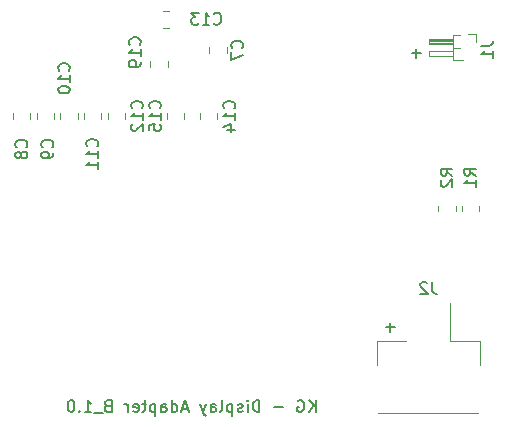
<source format=gbo>
%TF.GenerationSoftware,KiCad,Pcbnew,8.0.9-8.0.9-0~ubuntu22.04.1*%
%TF.CreationDate,2025-08-19T21:28:46+02:00*%
%TF.ProjectId,KG_Disp_Adapter,4b475f44-6973-4705-9f41-646170746572,rev?*%
%TF.SameCoordinates,Original*%
%TF.FileFunction,Legend,Bot*%
%TF.FilePolarity,Positive*%
%FSLAX46Y46*%
G04 Gerber Fmt 4.6, Leading zero omitted, Abs format (unit mm)*
G04 Created by KiCad (PCBNEW 8.0.9-8.0.9-0~ubuntu22.04.1) date 2025-08-19 21:28:46*
%MOMM*%
%LPD*%
G01*
G04 APERTURE LIST*
%ADD10C,0.150000*%
%ADD11C,0.120000*%
G04 APERTURE END LIST*
D10*
X174955959Y-107758865D02*
X174194055Y-107758865D01*
X174575007Y-108139818D02*
X174575007Y-107377913D01*
X172755959Y-130958865D02*
X171994055Y-130958865D01*
X172375007Y-131339818D02*
X172375007Y-130577913D01*
X166051199Y-138139818D02*
X166051199Y-137139818D01*
X165479771Y-138139818D02*
X165908342Y-137568389D01*
X165479771Y-137139818D02*
X166051199Y-137711246D01*
X164527390Y-137187437D02*
X164622628Y-137139818D01*
X164622628Y-137139818D02*
X164765485Y-137139818D01*
X164765485Y-137139818D02*
X164908342Y-137187437D01*
X164908342Y-137187437D02*
X165003580Y-137282675D01*
X165003580Y-137282675D02*
X165051199Y-137377913D01*
X165051199Y-137377913D02*
X165098818Y-137568389D01*
X165098818Y-137568389D02*
X165098818Y-137711246D01*
X165098818Y-137711246D02*
X165051199Y-137901722D01*
X165051199Y-137901722D02*
X165003580Y-137996960D01*
X165003580Y-137996960D02*
X164908342Y-138092199D01*
X164908342Y-138092199D02*
X164765485Y-138139818D01*
X164765485Y-138139818D02*
X164670247Y-138139818D01*
X164670247Y-138139818D02*
X164527390Y-138092199D01*
X164527390Y-138092199D02*
X164479771Y-138044579D01*
X164479771Y-138044579D02*
X164479771Y-137711246D01*
X164479771Y-137711246D02*
X164670247Y-137711246D01*
X163289294Y-137758865D02*
X162527390Y-137758865D01*
X161289294Y-138139818D02*
X161289294Y-137139818D01*
X161289294Y-137139818D02*
X161051199Y-137139818D01*
X161051199Y-137139818D02*
X160908342Y-137187437D01*
X160908342Y-137187437D02*
X160813104Y-137282675D01*
X160813104Y-137282675D02*
X160765485Y-137377913D01*
X160765485Y-137377913D02*
X160717866Y-137568389D01*
X160717866Y-137568389D02*
X160717866Y-137711246D01*
X160717866Y-137711246D02*
X160765485Y-137901722D01*
X160765485Y-137901722D02*
X160813104Y-137996960D01*
X160813104Y-137996960D02*
X160908342Y-138092199D01*
X160908342Y-138092199D02*
X161051199Y-138139818D01*
X161051199Y-138139818D02*
X161289294Y-138139818D01*
X160289294Y-138139818D02*
X160289294Y-137473151D01*
X160289294Y-137139818D02*
X160336913Y-137187437D01*
X160336913Y-137187437D02*
X160289294Y-137235056D01*
X160289294Y-137235056D02*
X160241675Y-137187437D01*
X160241675Y-137187437D02*
X160289294Y-137139818D01*
X160289294Y-137139818D02*
X160289294Y-137235056D01*
X159860723Y-138092199D02*
X159765485Y-138139818D01*
X159765485Y-138139818D02*
X159575009Y-138139818D01*
X159575009Y-138139818D02*
X159479771Y-138092199D01*
X159479771Y-138092199D02*
X159432152Y-137996960D01*
X159432152Y-137996960D02*
X159432152Y-137949341D01*
X159432152Y-137949341D02*
X159479771Y-137854103D01*
X159479771Y-137854103D02*
X159575009Y-137806484D01*
X159575009Y-137806484D02*
X159717866Y-137806484D01*
X159717866Y-137806484D02*
X159813104Y-137758865D01*
X159813104Y-137758865D02*
X159860723Y-137663627D01*
X159860723Y-137663627D02*
X159860723Y-137616008D01*
X159860723Y-137616008D02*
X159813104Y-137520770D01*
X159813104Y-137520770D02*
X159717866Y-137473151D01*
X159717866Y-137473151D02*
X159575009Y-137473151D01*
X159575009Y-137473151D02*
X159479771Y-137520770D01*
X159003580Y-137473151D02*
X159003580Y-138473151D01*
X159003580Y-137520770D02*
X158908342Y-137473151D01*
X158908342Y-137473151D02*
X158717866Y-137473151D01*
X158717866Y-137473151D02*
X158622628Y-137520770D01*
X158622628Y-137520770D02*
X158575009Y-137568389D01*
X158575009Y-137568389D02*
X158527390Y-137663627D01*
X158527390Y-137663627D02*
X158527390Y-137949341D01*
X158527390Y-137949341D02*
X158575009Y-138044579D01*
X158575009Y-138044579D02*
X158622628Y-138092199D01*
X158622628Y-138092199D02*
X158717866Y-138139818D01*
X158717866Y-138139818D02*
X158908342Y-138139818D01*
X158908342Y-138139818D02*
X159003580Y-138092199D01*
X157955961Y-138139818D02*
X158051199Y-138092199D01*
X158051199Y-138092199D02*
X158098818Y-137996960D01*
X158098818Y-137996960D02*
X158098818Y-137139818D01*
X157146437Y-138139818D02*
X157146437Y-137616008D01*
X157146437Y-137616008D02*
X157194056Y-137520770D01*
X157194056Y-137520770D02*
X157289294Y-137473151D01*
X157289294Y-137473151D02*
X157479770Y-137473151D01*
X157479770Y-137473151D02*
X157575008Y-137520770D01*
X157146437Y-138092199D02*
X157241675Y-138139818D01*
X157241675Y-138139818D02*
X157479770Y-138139818D01*
X157479770Y-138139818D02*
X157575008Y-138092199D01*
X157575008Y-138092199D02*
X157622627Y-137996960D01*
X157622627Y-137996960D02*
X157622627Y-137901722D01*
X157622627Y-137901722D02*
X157575008Y-137806484D01*
X157575008Y-137806484D02*
X157479770Y-137758865D01*
X157479770Y-137758865D02*
X157241675Y-137758865D01*
X157241675Y-137758865D02*
X157146437Y-137711246D01*
X156765484Y-137473151D02*
X156527389Y-138139818D01*
X156289294Y-137473151D02*
X156527389Y-138139818D01*
X156527389Y-138139818D02*
X156622627Y-138377913D01*
X156622627Y-138377913D02*
X156670246Y-138425532D01*
X156670246Y-138425532D02*
X156765484Y-138473151D01*
X155194055Y-137854103D02*
X154717865Y-137854103D01*
X155289293Y-138139818D02*
X154955960Y-137139818D01*
X154955960Y-137139818D02*
X154622627Y-138139818D01*
X153860722Y-138139818D02*
X153860722Y-137139818D01*
X153860722Y-138092199D02*
X153955960Y-138139818D01*
X153955960Y-138139818D02*
X154146436Y-138139818D01*
X154146436Y-138139818D02*
X154241674Y-138092199D01*
X154241674Y-138092199D02*
X154289293Y-138044579D01*
X154289293Y-138044579D02*
X154336912Y-137949341D01*
X154336912Y-137949341D02*
X154336912Y-137663627D01*
X154336912Y-137663627D02*
X154289293Y-137568389D01*
X154289293Y-137568389D02*
X154241674Y-137520770D01*
X154241674Y-137520770D02*
X154146436Y-137473151D01*
X154146436Y-137473151D02*
X153955960Y-137473151D01*
X153955960Y-137473151D02*
X153860722Y-137520770D01*
X152955960Y-138139818D02*
X152955960Y-137616008D01*
X152955960Y-137616008D02*
X153003579Y-137520770D01*
X153003579Y-137520770D02*
X153098817Y-137473151D01*
X153098817Y-137473151D02*
X153289293Y-137473151D01*
X153289293Y-137473151D02*
X153384531Y-137520770D01*
X152955960Y-138092199D02*
X153051198Y-138139818D01*
X153051198Y-138139818D02*
X153289293Y-138139818D01*
X153289293Y-138139818D02*
X153384531Y-138092199D01*
X153384531Y-138092199D02*
X153432150Y-137996960D01*
X153432150Y-137996960D02*
X153432150Y-137901722D01*
X153432150Y-137901722D02*
X153384531Y-137806484D01*
X153384531Y-137806484D02*
X153289293Y-137758865D01*
X153289293Y-137758865D02*
X153051198Y-137758865D01*
X153051198Y-137758865D02*
X152955960Y-137711246D01*
X152479769Y-137473151D02*
X152479769Y-138473151D01*
X152479769Y-137520770D02*
X152384531Y-137473151D01*
X152384531Y-137473151D02*
X152194055Y-137473151D01*
X152194055Y-137473151D02*
X152098817Y-137520770D01*
X152098817Y-137520770D02*
X152051198Y-137568389D01*
X152051198Y-137568389D02*
X152003579Y-137663627D01*
X152003579Y-137663627D02*
X152003579Y-137949341D01*
X152003579Y-137949341D02*
X152051198Y-138044579D01*
X152051198Y-138044579D02*
X152098817Y-138092199D01*
X152098817Y-138092199D02*
X152194055Y-138139818D01*
X152194055Y-138139818D02*
X152384531Y-138139818D01*
X152384531Y-138139818D02*
X152479769Y-138092199D01*
X151717864Y-137473151D02*
X151336912Y-137473151D01*
X151575007Y-137139818D02*
X151575007Y-137996960D01*
X151575007Y-137996960D02*
X151527388Y-138092199D01*
X151527388Y-138092199D02*
X151432150Y-138139818D01*
X151432150Y-138139818D02*
X151336912Y-138139818D01*
X150622626Y-138092199D02*
X150717864Y-138139818D01*
X150717864Y-138139818D02*
X150908340Y-138139818D01*
X150908340Y-138139818D02*
X151003578Y-138092199D01*
X151003578Y-138092199D02*
X151051197Y-137996960D01*
X151051197Y-137996960D02*
X151051197Y-137616008D01*
X151051197Y-137616008D02*
X151003578Y-137520770D01*
X151003578Y-137520770D02*
X150908340Y-137473151D01*
X150908340Y-137473151D02*
X150717864Y-137473151D01*
X150717864Y-137473151D02*
X150622626Y-137520770D01*
X150622626Y-137520770D02*
X150575007Y-137616008D01*
X150575007Y-137616008D02*
X150575007Y-137711246D01*
X150575007Y-137711246D02*
X151051197Y-137806484D01*
X150146435Y-138139818D02*
X150146435Y-137473151D01*
X150146435Y-137663627D02*
X150098816Y-137568389D01*
X150098816Y-137568389D02*
X150051197Y-137520770D01*
X150051197Y-137520770D02*
X149955959Y-137473151D01*
X149955959Y-137473151D02*
X149860721Y-137473151D01*
X148432149Y-137616008D02*
X148289292Y-137663627D01*
X148289292Y-137663627D02*
X148241673Y-137711246D01*
X148241673Y-137711246D02*
X148194054Y-137806484D01*
X148194054Y-137806484D02*
X148194054Y-137949341D01*
X148194054Y-137949341D02*
X148241673Y-138044579D01*
X148241673Y-138044579D02*
X148289292Y-138092199D01*
X148289292Y-138092199D02*
X148384530Y-138139818D01*
X148384530Y-138139818D02*
X148765482Y-138139818D01*
X148765482Y-138139818D02*
X148765482Y-137139818D01*
X148765482Y-137139818D02*
X148432149Y-137139818D01*
X148432149Y-137139818D02*
X148336911Y-137187437D01*
X148336911Y-137187437D02*
X148289292Y-137235056D01*
X148289292Y-137235056D02*
X148241673Y-137330294D01*
X148241673Y-137330294D02*
X148241673Y-137425532D01*
X148241673Y-137425532D02*
X148289292Y-137520770D01*
X148289292Y-137520770D02*
X148336911Y-137568389D01*
X148336911Y-137568389D02*
X148432149Y-137616008D01*
X148432149Y-137616008D02*
X148765482Y-137616008D01*
X148003578Y-138235056D02*
X147241673Y-138235056D01*
X146479768Y-138139818D02*
X147051196Y-138139818D01*
X146765482Y-138139818D02*
X146765482Y-137139818D01*
X146765482Y-137139818D02*
X146860720Y-137282675D01*
X146860720Y-137282675D02*
X146955958Y-137377913D01*
X146955958Y-137377913D02*
X147051196Y-137425532D01*
X146051196Y-138044579D02*
X146003577Y-138092199D01*
X146003577Y-138092199D02*
X146051196Y-138139818D01*
X146051196Y-138139818D02*
X146098815Y-138092199D01*
X146098815Y-138092199D02*
X146051196Y-138044579D01*
X146051196Y-138044579D02*
X146051196Y-138139818D01*
X145384530Y-137139818D02*
X145289292Y-137139818D01*
X145289292Y-137139818D02*
X145194054Y-137187437D01*
X145194054Y-137187437D02*
X145146435Y-137235056D01*
X145146435Y-137235056D02*
X145098816Y-137330294D01*
X145098816Y-137330294D02*
X145051197Y-137520770D01*
X145051197Y-137520770D02*
X145051197Y-137758865D01*
X145051197Y-137758865D02*
X145098816Y-137949341D01*
X145098816Y-137949341D02*
X145146435Y-138044579D01*
X145146435Y-138044579D02*
X145194054Y-138092199D01*
X145194054Y-138092199D02*
X145289292Y-138139818D01*
X145289292Y-138139818D02*
X145384530Y-138139818D01*
X145384530Y-138139818D02*
X145479768Y-138092199D01*
X145479768Y-138092199D02*
X145527387Y-138044579D01*
X145527387Y-138044579D02*
X145575006Y-137949341D01*
X145575006Y-137949341D02*
X145622625Y-137758865D01*
X145622625Y-137758865D02*
X145622625Y-137520770D01*
X145622625Y-137520770D02*
X145575006Y-137330294D01*
X145575006Y-137330294D02*
X145527387Y-137235056D01*
X145527387Y-137235056D02*
X145479768Y-137187437D01*
X145479768Y-137187437D02*
X145384530Y-137139818D01*
X151134588Y-107042141D02*
X151182208Y-106994522D01*
X151182208Y-106994522D02*
X151229827Y-106851665D01*
X151229827Y-106851665D02*
X151229827Y-106756427D01*
X151229827Y-106756427D02*
X151182208Y-106613570D01*
X151182208Y-106613570D02*
X151086969Y-106518332D01*
X151086969Y-106518332D02*
X150991731Y-106470713D01*
X150991731Y-106470713D02*
X150801255Y-106423094D01*
X150801255Y-106423094D02*
X150658398Y-106423094D01*
X150658398Y-106423094D02*
X150467922Y-106470713D01*
X150467922Y-106470713D02*
X150372684Y-106518332D01*
X150372684Y-106518332D02*
X150277446Y-106613570D01*
X150277446Y-106613570D02*
X150229827Y-106756427D01*
X150229827Y-106756427D02*
X150229827Y-106851665D01*
X150229827Y-106851665D02*
X150277446Y-106994522D01*
X150277446Y-106994522D02*
X150325065Y-107042141D01*
X151229827Y-107994522D02*
X151229827Y-107423094D01*
X151229827Y-107708808D02*
X150229827Y-107708808D01*
X150229827Y-107708808D02*
X150372684Y-107613570D01*
X150372684Y-107613570D02*
X150467922Y-107518332D01*
X150467922Y-107518332D02*
X150515541Y-107423094D01*
X151229827Y-108470713D02*
X151229827Y-108661189D01*
X151229827Y-108661189D02*
X151182208Y-108756427D01*
X151182208Y-108756427D02*
X151134588Y-108804046D01*
X151134588Y-108804046D02*
X150991731Y-108899284D01*
X150991731Y-108899284D02*
X150801255Y-108946903D01*
X150801255Y-108946903D02*
X150420303Y-108946903D01*
X150420303Y-108946903D02*
X150325065Y-108899284D01*
X150325065Y-108899284D02*
X150277446Y-108851665D01*
X150277446Y-108851665D02*
X150229827Y-108756427D01*
X150229827Y-108756427D02*
X150229827Y-108565951D01*
X150229827Y-108565951D02*
X150277446Y-108470713D01*
X150277446Y-108470713D02*
X150325065Y-108423094D01*
X150325065Y-108423094D02*
X150420303Y-108375475D01*
X150420303Y-108375475D02*
X150658398Y-108375475D01*
X150658398Y-108375475D02*
X150753636Y-108423094D01*
X150753636Y-108423094D02*
X150801255Y-108470713D01*
X150801255Y-108470713D02*
X150848874Y-108565951D01*
X150848874Y-108565951D02*
X150848874Y-108756427D01*
X150848874Y-108756427D02*
X150801255Y-108851665D01*
X150801255Y-108851665D02*
X150753636Y-108899284D01*
X150753636Y-108899284D02*
X150658398Y-108946903D01*
X157417865Y-105244579D02*
X157465484Y-105292199D01*
X157465484Y-105292199D02*
X157608341Y-105339818D01*
X157608341Y-105339818D02*
X157703579Y-105339818D01*
X157703579Y-105339818D02*
X157846436Y-105292199D01*
X157846436Y-105292199D02*
X157941674Y-105196960D01*
X157941674Y-105196960D02*
X157989293Y-105101722D01*
X157989293Y-105101722D02*
X158036912Y-104911246D01*
X158036912Y-104911246D02*
X158036912Y-104768389D01*
X158036912Y-104768389D02*
X157989293Y-104577913D01*
X157989293Y-104577913D02*
X157941674Y-104482675D01*
X157941674Y-104482675D02*
X157846436Y-104387437D01*
X157846436Y-104387437D02*
X157703579Y-104339818D01*
X157703579Y-104339818D02*
X157608341Y-104339818D01*
X157608341Y-104339818D02*
X157465484Y-104387437D01*
X157465484Y-104387437D02*
X157417865Y-104435056D01*
X156465484Y-105339818D02*
X157036912Y-105339818D01*
X156751198Y-105339818D02*
X156751198Y-104339818D01*
X156751198Y-104339818D02*
X156846436Y-104482675D01*
X156846436Y-104482675D02*
X156941674Y-104577913D01*
X156941674Y-104577913D02*
X157036912Y-104625532D01*
X156132150Y-104339818D02*
X155513103Y-104339818D01*
X155513103Y-104339818D02*
X155846436Y-104720770D01*
X155846436Y-104720770D02*
X155703579Y-104720770D01*
X155703579Y-104720770D02*
X155608341Y-104768389D01*
X155608341Y-104768389D02*
X155560722Y-104816008D01*
X155560722Y-104816008D02*
X155513103Y-104911246D01*
X155513103Y-104911246D02*
X155513103Y-105149341D01*
X155513103Y-105149341D02*
X155560722Y-105244579D01*
X155560722Y-105244579D02*
X155608341Y-105292199D01*
X155608341Y-105292199D02*
X155703579Y-105339818D01*
X155703579Y-105339818D02*
X155989293Y-105339818D01*
X155989293Y-105339818D02*
X156084531Y-105292199D01*
X156084531Y-105292199D02*
X156132150Y-105244579D01*
X159134588Y-112442141D02*
X159182208Y-112394522D01*
X159182208Y-112394522D02*
X159229827Y-112251665D01*
X159229827Y-112251665D02*
X159229827Y-112156427D01*
X159229827Y-112156427D02*
X159182208Y-112013570D01*
X159182208Y-112013570D02*
X159086969Y-111918332D01*
X159086969Y-111918332D02*
X158991731Y-111870713D01*
X158991731Y-111870713D02*
X158801255Y-111823094D01*
X158801255Y-111823094D02*
X158658398Y-111823094D01*
X158658398Y-111823094D02*
X158467922Y-111870713D01*
X158467922Y-111870713D02*
X158372684Y-111918332D01*
X158372684Y-111918332D02*
X158277446Y-112013570D01*
X158277446Y-112013570D02*
X158229827Y-112156427D01*
X158229827Y-112156427D02*
X158229827Y-112251665D01*
X158229827Y-112251665D02*
X158277446Y-112394522D01*
X158277446Y-112394522D02*
X158325065Y-112442141D01*
X159229827Y-113394522D02*
X159229827Y-112823094D01*
X159229827Y-113108808D02*
X158229827Y-113108808D01*
X158229827Y-113108808D02*
X158372684Y-113013570D01*
X158372684Y-113013570D02*
X158467922Y-112918332D01*
X158467922Y-112918332D02*
X158515541Y-112823094D01*
X158563160Y-114251665D02*
X159229827Y-114251665D01*
X158182208Y-114013570D02*
X158896493Y-113775475D01*
X158896493Y-113775475D02*
X158896493Y-114394522D01*
X141534588Y-115718332D02*
X141582208Y-115670713D01*
X141582208Y-115670713D02*
X141629827Y-115527856D01*
X141629827Y-115527856D02*
X141629827Y-115432618D01*
X141629827Y-115432618D02*
X141582208Y-115289761D01*
X141582208Y-115289761D02*
X141486969Y-115194523D01*
X141486969Y-115194523D02*
X141391731Y-115146904D01*
X141391731Y-115146904D02*
X141201255Y-115099285D01*
X141201255Y-115099285D02*
X141058398Y-115099285D01*
X141058398Y-115099285D02*
X140867922Y-115146904D01*
X140867922Y-115146904D02*
X140772684Y-115194523D01*
X140772684Y-115194523D02*
X140677446Y-115289761D01*
X140677446Y-115289761D02*
X140629827Y-115432618D01*
X140629827Y-115432618D02*
X140629827Y-115527856D01*
X140629827Y-115527856D02*
X140677446Y-115670713D01*
X140677446Y-115670713D02*
X140725065Y-115718332D01*
X141058398Y-116289761D02*
X141010779Y-116194523D01*
X141010779Y-116194523D02*
X140963160Y-116146904D01*
X140963160Y-116146904D02*
X140867922Y-116099285D01*
X140867922Y-116099285D02*
X140820303Y-116099285D01*
X140820303Y-116099285D02*
X140725065Y-116146904D01*
X140725065Y-116146904D02*
X140677446Y-116194523D01*
X140677446Y-116194523D02*
X140629827Y-116289761D01*
X140629827Y-116289761D02*
X140629827Y-116480237D01*
X140629827Y-116480237D02*
X140677446Y-116575475D01*
X140677446Y-116575475D02*
X140725065Y-116623094D01*
X140725065Y-116623094D02*
X140820303Y-116670713D01*
X140820303Y-116670713D02*
X140867922Y-116670713D01*
X140867922Y-116670713D02*
X140963160Y-116623094D01*
X140963160Y-116623094D02*
X141010779Y-116575475D01*
X141010779Y-116575475D02*
X141058398Y-116480237D01*
X141058398Y-116480237D02*
X141058398Y-116289761D01*
X141058398Y-116289761D02*
X141106017Y-116194523D01*
X141106017Y-116194523D02*
X141153636Y-116146904D01*
X141153636Y-116146904D02*
X141248874Y-116099285D01*
X141248874Y-116099285D02*
X141439350Y-116099285D01*
X141439350Y-116099285D02*
X141534588Y-116146904D01*
X141534588Y-116146904D02*
X141582208Y-116194523D01*
X141582208Y-116194523D02*
X141629827Y-116289761D01*
X141629827Y-116289761D02*
X141629827Y-116480237D01*
X141629827Y-116480237D02*
X141582208Y-116575475D01*
X141582208Y-116575475D02*
X141534588Y-116623094D01*
X141534588Y-116623094D02*
X141439350Y-116670713D01*
X141439350Y-116670713D02*
X141248874Y-116670713D01*
X141248874Y-116670713D02*
X141153636Y-116623094D01*
X141153636Y-116623094D02*
X141106017Y-116575475D01*
X141106017Y-116575475D02*
X141058398Y-116480237D01*
X179629827Y-118118332D02*
X179153636Y-117784999D01*
X179629827Y-117546904D02*
X178629827Y-117546904D01*
X178629827Y-117546904D02*
X178629827Y-117927856D01*
X178629827Y-117927856D02*
X178677446Y-118023094D01*
X178677446Y-118023094D02*
X178725065Y-118070713D01*
X178725065Y-118070713D02*
X178820303Y-118118332D01*
X178820303Y-118118332D02*
X178963160Y-118118332D01*
X178963160Y-118118332D02*
X179058398Y-118070713D01*
X179058398Y-118070713D02*
X179106017Y-118023094D01*
X179106017Y-118023094D02*
X179153636Y-117927856D01*
X179153636Y-117927856D02*
X179153636Y-117546904D01*
X179629827Y-119070713D02*
X179629827Y-118499285D01*
X179629827Y-118784999D02*
X178629827Y-118784999D01*
X178629827Y-118784999D02*
X178772684Y-118689761D01*
X178772684Y-118689761D02*
X178867922Y-118594523D01*
X178867922Y-118594523D02*
X178915541Y-118499285D01*
X175908341Y-127139818D02*
X175908341Y-127854103D01*
X175908341Y-127854103D02*
X175955960Y-127996960D01*
X175955960Y-127996960D02*
X176051198Y-128092199D01*
X176051198Y-128092199D02*
X176194055Y-128139818D01*
X176194055Y-128139818D02*
X176289293Y-128139818D01*
X175479769Y-127235056D02*
X175432150Y-127187437D01*
X175432150Y-127187437D02*
X175336912Y-127139818D01*
X175336912Y-127139818D02*
X175098817Y-127139818D01*
X175098817Y-127139818D02*
X175003579Y-127187437D01*
X175003579Y-127187437D02*
X174955960Y-127235056D01*
X174955960Y-127235056D02*
X174908341Y-127330294D01*
X174908341Y-127330294D02*
X174908341Y-127425532D01*
X174908341Y-127425532D02*
X174955960Y-127568389D01*
X174955960Y-127568389D02*
X175527388Y-128139818D01*
X175527388Y-128139818D02*
X174908341Y-128139818D01*
X145134588Y-109242141D02*
X145182208Y-109194522D01*
X145182208Y-109194522D02*
X145229827Y-109051665D01*
X145229827Y-109051665D02*
X145229827Y-108956427D01*
X145229827Y-108956427D02*
X145182208Y-108813570D01*
X145182208Y-108813570D02*
X145086969Y-108718332D01*
X145086969Y-108718332D02*
X144991731Y-108670713D01*
X144991731Y-108670713D02*
X144801255Y-108623094D01*
X144801255Y-108623094D02*
X144658398Y-108623094D01*
X144658398Y-108623094D02*
X144467922Y-108670713D01*
X144467922Y-108670713D02*
X144372684Y-108718332D01*
X144372684Y-108718332D02*
X144277446Y-108813570D01*
X144277446Y-108813570D02*
X144229827Y-108956427D01*
X144229827Y-108956427D02*
X144229827Y-109051665D01*
X144229827Y-109051665D02*
X144277446Y-109194522D01*
X144277446Y-109194522D02*
X144325065Y-109242141D01*
X145229827Y-110194522D02*
X145229827Y-109623094D01*
X145229827Y-109908808D02*
X144229827Y-109908808D01*
X144229827Y-109908808D02*
X144372684Y-109813570D01*
X144372684Y-109813570D02*
X144467922Y-109718332D01*
X144467922Y-109718332D02*
X144515541Y-109623094D01*
X144229827Y-110813570D02*
X144229827Y-110908808D01*
X144229827Y-110908808D02*
X144277446Y-111004046D01*
X144277446Y-111004046D02*
X144325065Y-111051665D01*
X144325065Y-111051665D02*
X144420303Y-111099284D01*
X144420303Y-111099284D02*
X144610779Y-111146903D01*
X144610779Y-111146903D02*
X144848874Y-111146903D01*
X144848874Y-111146903D02*
X145039350Y-111099284D01*
X145039350Y-111099284D02*
X145134588Y-111051665D01*
X145134588Y-111051665D02*
X145182208Y-111004046D01*
X145182208Y-111004046D02*
X145229827Y-110908808D01*
X145229827Y-110908808D02*
X145229827Y-110813570D01*
X145229827Y-110813570D02*
X145182208Y-110718332D01*
X145182208Y-110718332D02*
X145134588Y-110670713D01*
X145134588Y-110670713D02*
X145039350Y-110623094D01*
X145039350Y-110623094D02*
X144848874Y-110575475D01*
X144848874Y-110575475D02*
X144610779Y-110575475D01*
X144610779Y-110575475D02*
X144420303Y-110623094D01*
X144420303Y-110623094D02*
X144325065Y-110670713D01*
X144325065Y-110670713D02*
X144277446Y-110718332D01*
X144277446Y-110718332D02*
X144229827Y-110813570D01*
X143734588Y-115718332D02*
X143782208Y-115670713D01*
X143782208Y-115670713D02*
X143829827Y-115527856D01*
X143829827Y-115527856D02*
X143829827Y-115432618D01*
X143829827Y-115432618D02*
X143782208Y-115289761D01*
X143782208Y-115289761D02*
X143686969Y-115194523D01*
X143686969Y-115194523D02*
X143591731Y-115146904D01*
X143591731Y-115146904D02*
X143401255Y-115099285D01*
X143401255Y-115099285D02*
X143258398Y-115099285D01*
X143258398Y-115099285D02*
X143067922Y-115146904D01*
X143067922Y-115146904D02*
X142972684Y-115194523D01*
X142972684Y-115194523D02*
X142877446Y-115289761D01*
X142877446Y-115289761D02*
X142829827Y-115432618D01*
X142829827Y-115432618D02*
X142829827Y-115527856D01*
X142829827Y-115527856D02*
X142877446Y-115670713D01*
X142877446Y-115670713D02*
X142925065Y-115718332D01*
X143829827Y-116194523D02*
X143829827Y-116384999D01*
X143829827Y-116384999D02*
X143782208Y-116480237D01*
X143782208Y-116480237D02*
X143734588Y-116527856D01*
X143734588Y-116527856D02*
X143591731Y-116623094D01*
X143591731Y-116623094D02*
X143401255Y-116670713D01*
X143401255Y-116670713D02*
X143020303Y-116670713D01*
X143020303Y-116670713D02*
X142925065Y-116623094D01*
X142925065Y-116623094D02*
X142877446Y-116575475D01*
X142877446Y-116575475D02*
X142829827Y-116480237D01*
X142829827Y-116480237D02*
X142829827Y-116289761D01*
X142829827Y-116289761D02*
X142877446Y-116194523D01*
X142877446Y-116194523D02*
X142925065Y-116146904D01*
X142925065Y-116146904D02*
X143020303Y-116099285D01*
X143020303Y-116099285D02*
X143258398Y-116099285D01*
X143258398Y-116099285D02*
X143353636Y-116146904D01*
X143353636Y-116146904D02*
X143401255Y-116194523D01*
X143401255Y-116194523D02*
X143448874Y-116289761D01*
X143448874Y-116289761D02*
X143448874Y-116480237D01*
X143448874Y-116480237D02*
X143401255Y-116575475D01*
X143401255Y-116575475D02*
X143353636Y-116623094D01*
X143353636Y-116623094D02*
X143258398Y-116670713D01*
X151334588Y-112442141D02*
X151382208Y-112394522D01*
X151382208Y-112394522D02*
X151429827Y-112251665D01*
X151429827Y-112251665D02*
X151429827Y-112156427D01*
X151429827Y-112156427D02*
X151382208Y-112013570D01*
X151382208Y-112013570D02*
X151286969Y-111918332D01*
X151286969Y-111918332D02*
X151191731Y-111870713D01*
X151191731Y-111870713D02*
X151001255Y-111823094D01*
X151001255Y-111823094D02*
X150858398Y-111823094D01*
X150858398Y-111823094D02*
X150667922Y-111870713D01*
X150667922Y-111870713D02*
X150572684Y-111918332D01*
X150572684Y-111918332D02*
X150477446Y-112013570D01*
X150477446Y-112013570D02*
X150429827Y-112156427D01*
X150429827Y-112156427D02*
X150429827Y-112251665D01*
X150429827Y-112251665D02*
X150477446Y-112394522D01*
X150477446Y-112394522D02*
X150525065Y-112442141D01*
X151429827Y-113394522D02*
X151429827Y-112823094D01*
X151429827Y-113108808D02*
X150429827Y-113108808D01*
X150429827Y-113108808D02*
X150572684Y-113013570D01*
X150572684Y-113013570D02*
X150667922Y-112918332D01*
X150667922Y-112918332D02*
X150715541Y-112823094D01*
X150525065Y-113775475D02*
X150477446Y-113823094D01*
X150477446Y-113823094D02*
X150429827Y-113918332D01*
X150429827Y-113918332D02*
X150429827Y-114156427D01*
X150429827Y-114156427D02*
X150477446Y-114251665D01*
X150477446Y-114251665D02*
X150525065Y-114299284D01*
X150525065Y-114299284D02*
X150620303Y-114346903D01*
X150620303Y-114346903D02*
X150715541Y-114346903D01*
X150715541Y-114346903D02*
X150858398Y-114299284D01*
X150858398Y-114299284D02*
X151429827Y-113727856D01*
X151429827Y-113727856D02*
X151429827Y-114346903D01*
X177629827Y-118118332D02*
X177153636Y-117784999D01*
X177629827Y-117546904D02*
X176629827Y-117546904D01*
X176629827Y-117546904D02*
X176629827Y-117927856D01*
X176629827Y-117927856D02*
X176677446Y-118023094D01*
X176677446Y-118023094D02*
X176725065Y-118070713D01*
X176725065Y-118070713D02*
X176820303Y-118118332D01*
X176820303Y-118118332D02*
X176963160Y-118118332D01*
X176963160Y-118118332D02*
X177058398Y-118070713D01*
X177058398Y-118070713D02*
X177106017Y-118023094D01*
X177106017Y-118023094D02*
X177153636Y-117927856D01*
X177153636Y-117927856D02*
X177153636Y-117546904D01*
X176725065Y-118499285D02*
X176677446Y-118546904D01*
X176677446Y-118546904D02*
X176629827Y-118642142D01*
X176629827Y-118642142D02*
X176629827Y-118880237D01*
X176629827Y-118880237D02*
X176677446Y-118975475D01*
X176677446Y-118975475D02*
X176725065Y-119023094D01*
X176725065Y-119023094D02*
X176820303Y-119070713D01*
X176820303Y-119070713D02*
X176915541Y-119070713D01*
X176915541Y-119070713D02*
X177058398Y-119023094D01*
X177058398Y-119023094D02*
X177629827Y-118451666D01*
X177629827Y-118451666D02*
X177629827Y-119070713D01*
X147534588Y-115642141D02*
X147582208Y-115594522D01*
X147582208Y-115594522D02*
X147629827Y-115451665D01*
X147629827Y-115451665D02*
X147629827Y-115356427D01*
X147629827Y-115356427D02*
X147582208Y-115213570D01*
X147582208Y-115213570D02*
X147486969Y-115118332D01*
X147486969Y-115118332D02*
X147391731Y-115070713D01*
X147391731Y-115070713D02*
X147201255Y-115023094D01*
X147201255Y-115023094D02*
X147058398Y-115023094D01*
X147058398Y-115023094D02*
X146867922Y-115070713D01*
X146867922Y-115070713D02*
X146772684Y-115118332D01*
X146772684Y-115118332D02*
X146677446Y-115213570D01*
X146677446Y-115213570D02*
X146629827Y-115356427D01*
X146629827Y-115356427D02*
X146629827Y-115451665D01*
X146629827Y-115451665D02*
X146677446Y-115594522D01*
X146677446Y-115594522D02*
X146725065Y-115642141D01*
X147629827Y-116594522D02*
X147629827Y-116023094D01*
X147629827Y-116308808D02*
X146629827Y-116308808D01*
X146629827Y-116308808D02*
X146772684Y-116213570D01*
X146772684Y-116213570D02*
X146867922Y-116118332D01*
X146867922Y-116118332D02*
X146915541Y-116023094D01*
X147629827Y-117546903D02*
X147629827Y-116975475D01*
X147629827Y-117261189D02*
X146629827Y-117261189D01*
X146629827Y-117261189D02*
X146772684Y-117165951D01*
X146772684Y-117165951D02*
X146867922Y-117070713D01*
X146867922Y-117070713D02*
X146915541Y-116975475D01*
X159814588Y-107318332D02*
X159862208Y-107270713D01*
X159862208Y-107270713D02*
X159909827Y-107127856D01*
X159909827Y-107127856D02*
X159909827Y-107032618D01*
X159909827Y-107032618D02*
X159862208Y-106889761D01*
X159862208Y-106889761D02*
X159766969Y-106794523D01*
X159766969Y-106794523D02*
X159671731Y-106746904D01*
X159671731Y-106746904D02*
X159481255Y-106699285D01*
X159481255Y-106699285D02*
X159338398Y-106699285D01*
X159338398Y-106699285D02*
X159147922Y-106746904D01*
X159147922Y-106746904D02*
X159052684Y-106794523D01*
X159052684Y-106794523D02*
X158957446Y-106889761D01*
X158957446Y-106889761D02*
X158909827Y-107032618D01*
X158909827Y-107032618D02*
X158909827Y-107127856D01*
X158909827Y-107127856D02*
X158957446Y-107270713D01*
X158957446Y-107270713D02*
X159005065Y-107318332D01*
X158909827Y-107651666D02*
X158909827Y-108318332D01*
X158909827Y-108318332D02*
X159909827Y-107889761D01*
X152854588Y-112442141D02*
X152902208Y-112394522D01*
X152902208Y-112394522D02*
X152949827Y-112251665D01*
X152949827Y-112251665D02*
X152949827Y-112156427D01*
X152949827Y-112156427D02*
X152902208Y-112013570D01*
X152902208Y-112013570D02*
X152806969Y-111918332D01*
X152806969Y-111918332D02*
X152711731Y-111870713D01*
X152711731Y-111870713D02*
X152521255Y-111823094D01*
X152521255Y-111823094D02*
X152378398Y-111823094D01*
X152378398Y-111823094D02*
X152187922Y-111870713D01*
X152187922Y-111870713D02*
X152092684Y-111918332D01*
X152092684Y-111918332D02*
X151997446Y-112013570D01*
X151997446Y-112013570D02*
X151949827Y-112156427D01*
X151949827Y-112156427D02*
X151949827Y-112251665D01*
X151949827Y-112251665D02*
X151997446Y-112394522D01*
X151997446Y-112394522D02*
X152045065Y-112442141D01*
X152949827Y-113394522D02*
X152949827Y-112823094D01*
X152949827Y-113108808D02*
X151949827Y-113108808D01*
X151949827Y-113108808D02*
X152092684Y-113013570D01*
X152092684Y-113013570D02*
X152187922Y-112918332D01*
X152187922Y-112918332D02*
X152235541Y-112823094D01*
X151949827Y-114299284D02*
X151949827Y-113823094D01*
X151949827Y-113823094D02*
X152426017Y-113775475D01*
X152426017Y-113775475D02*
X152378398Y-113823094D01*
X152378398Y-113823094D02*
X152330779Y-113918332D01*
X152330779Y-113918332D02*
X152330779Y-114156427D01*
X152330779Y-114156427D02*
X152378398Y-114251665D01*
X152378398Y-114251665D02*
X152426017Y-114299284D01*
X152426017Y-114299284D02*
X152521255Y-114346903D01*
X152521255Y-114346903D02*
X152759350Y-114346903D01*
X152759350Y-114346903D02*
X152854588Y-114299284D01*
X152854588Y-114299284D02*
X152902208Y-114251665D01*
X152902208Y-114251665D02*
X152949827Y-114156427D01*
X152949827Y-114156427D02*
X152949827Y-113918332D01*
X152949827Y-113918332D02*
X152902208Y-113823094D01*
X152902208Y-113823094D02*
X152854588Y-113775475D01*
X180029827Y-107151665D02*
X180744112Y-107151665D01*
X180744112Y-107151665D02*
X180886969Y-107104046D01*
X180886969Y-107104046D02*
X180982208Y-107008808D01*
X180982208Y-107008808D02*
X181029827Y-106865951D01*
X181029827Y-106865951D02*
X181029827Y-106770713D01*
X181029827Y-108151665D02*
X181029827Y-107580237D01*
X181029827Y-107865951D02*
X180029827Y-107865951D01*
X180029827Y-107865951D02*
X180172684Y-107770713D01*
X180172684Y-107770713D02*
X180267922Y-107675475D01*
X180267922Y-107675475D02*
X180315541Y-107580237D01*
D11*
%TO.C,C19*%
X152040008Y-108946251D02*
X152040008Y-108423747D01*
X153510008Y-108946251D02*
X153510008Y-108423747D01*
%TO.C,C13*%
X153636260Y-104149999D02*
X153113756Y-104149999D01*
X153636260Y-105619999D02*
X153113756Y-105619999D01*
%TO.C,C14*%
X156240008Y-113346251D02*
X156240008Y-112823747D01*
X157710008Y-113346251D02*
X157710008Y-112823747D01*
%TO.C,C8*%
X140400008Y-112823747D02*
X140400008Y-113346251D01*
X141870008Y-112823747D02*
X141870008Y-113346251D01*
%TO.C,R1*%
X178440008Y-121112063D02*
X178440008Y-120657935D01*
X179910008Y-121112063D02*
X179910008Y-120657935D01*
%TO.C,J2*%
X179935008Y-132124999D02*
X179935008Y-134124999D01*
X177435008Y-132124999D02*
X179935008Y-132124999D01*
X177435008Y-128884999D02*
X177435008Y-132124999D01*
X173715008Y-132124999D02*
X171215008Y-132124999D01*
X171325008Y-138244999D02*
X179825008Y-138244999D01*
X171215008Y-132124999D02*
X171215008Y-134124999D01*
%TO.C,C10*%
X144440008Y-113346251D02*
X144440008Y-112823747D01*
X145910008Y-113346251D02*
X145910008Y-112823747D01*
%TO.C,C9*%
X142440008Y-113346251D02*
X142440008Y-112823747D01*
X143910008Y-113346251D02*
X143910008Y-112823747D01*
%TO.C,C12*%
X148440008Y-113346251D02*
X148440008Y-112823747D01*
X149910008Y-113346251D02*
X149910008Y-112823747D01*
%TO.C,R2*%
X176440008Y-121112063D02*
X176440008Y-120657935D01*
X177910008Y-121112063D02*
X177910008Y-120657935D01*
%TO.C,C11*%
X146440008Y-113346251D02*
X146440008Y-112823747D01*
X147910008Y-113346251D02*
X147910008Y-112823747D01*
%TO.C,C7*%
X157040008Y-107223747D02*
X157040008Y-107746251D01*
X158510008Y-107223747D02*
X158510008Y-107746251D01*
%TO.C,C15*%
X153440008Y-113346251D02*
X153440008Y-112823747D01*
X154910008Y-113346251D02*
X154910008Y-112823747D01*
%TO.C,J1*%
X175640008Y-106574999D02*
X177640008Y-106574999D01*
X175640008Y-106634999D02*
X177640008Y-106634999D01*
X175640008Y-106754999D02*
X177640008Y-106754999D01*
X175640008Y-106874999D02*
X177640008Y-106874999D01*
X175640008Y-106994999D02*
X175640008Y-106574999D01*
X175640008Y-107574999D02*
X177640008Y-107574999D01*
X175640008Y-107994999D02*
X175640008Y-107574999D01*
X177640008Y-106224999D02*
X178265008Y-106224999D01*
X177640008Y-106994999D02*
X175640008Y-106994999D01*
X177640008Y-107284999D02*
X178265008Y-107284999D01*
X177640008Y-107994999D02*
X175640008Y-107994999D01*
X177640008Y-108344999D02*
X177640008Y-106224999D01*
X178555515Y-108344999D02*
X177640008Y-108344999D01*
X178950008Y-106099999D02*
X179635008Y-106099999D01*
X179635008Y-106099999D02*
X179635008Y-106784999D01*
%TD*%
M02*

</source>
